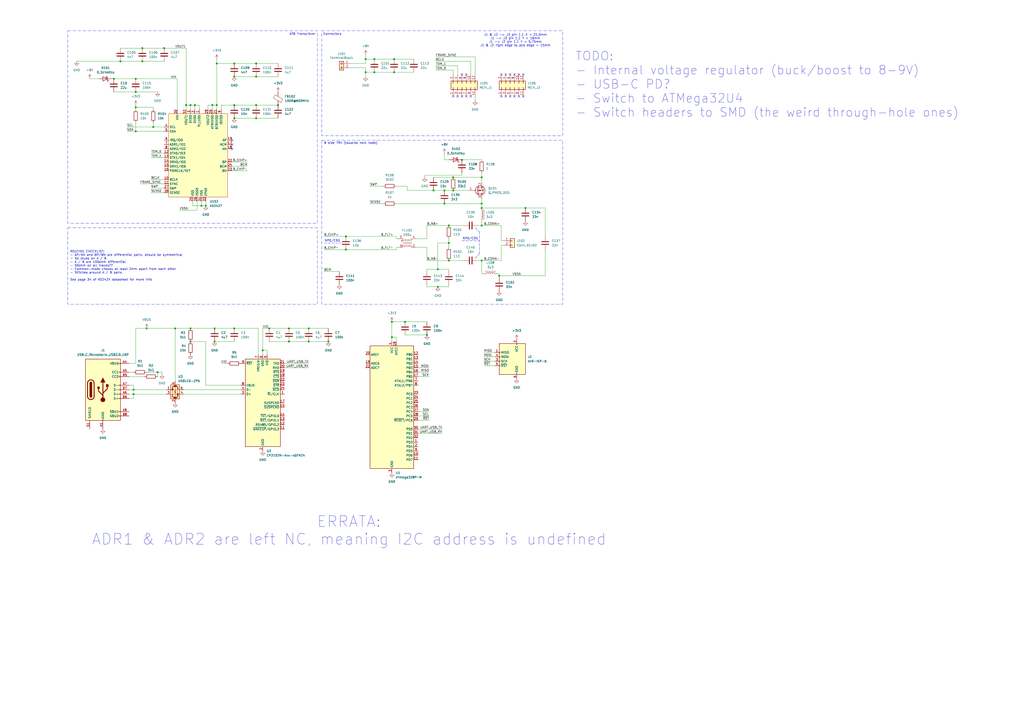
<source format=kicad_sch>
(kicad_sch (version 20231120) (generator "eeschema") (generator_version "8.0")
  (paper "A2")
  (junction (at 217.17 41.91))
  (junction (at 78.74 53.34))
  (junction (at 78.74 76.2))
  (junction (at 251.46 110.49))
  (junction (at 135.89 44.45))
  (junction (at 262.89 110.49))
  (junction (at 260.35 140.97))
  (junction (at 110.49 190.5))
  (junction (at 179.07 190.5))
  (junction (at 289.56 160.02))
  (junction (at 110.49 198.12))
  (junction (at 167.64 190.5))
  (junction (at 179.07 198.12))
  (junction (at 257.81 118.11))
  (junction (at 78.74 45.72))
  (junction (at 88.9 73.66))
  (junction (at 279.4 151.13))
  (junction (at 257.81 110.49))
  (junction (at 279.4 130.81))
  (junction (at 212.09 34.29))
  (junction (at 125.73 60.96))
  (junction (at 95.25 27.94))
  (junction (at 85.09 190.5))
  (junction (at 148.59 36.83))
  (junction (at 113.03 60.96))
  (junction (at 212.09 41.91))
  (junction (at 148.59 68.58))
  (junction (at 304.8 120.65))
  (junction (at 200.66 144.78))
  (junction (at 279.4 118.11))
  (junction (at 190.5 198.12))
  (junction (at 279.4 120.65))
  (junction (at 124.46 190.5))
  (junction (at 148.59 60.96))
  (junction (at 228.6 34.29))
  (junction (at 77.47 228.6))
  (junction (at 110.49 60.96))
  (junction (at 135.89 60.96))
  (junction (at 152.4 203.2))
  (junction (at 161.29 60.96))
  (junction (at 234.95 186.69))
  (junction (at 135.89 190.5))
  (junction (at 116.84 119.38))
  (junction (at 267.97 92.71))
  (junction (at 247.65 194.31))
  (junction (at 82.55 35.56))
  (junction (at 119.38 119.38))
  (junction (at 125.73 36.83))
  (junction (at 260.35 151.13))
  (junction (at 200.66 137.16))
  (junction (at 107.95 60.96))
  (junction (at 78.74 62.23))
  (junction (at 77.47 226.06))
  (junction (at 123.19 60.96))
  (junction (at 69.85 35.56))
  (junction (at 135.89 68.58))
  (junction (at 227.33 186.69))
  (junction (at 254 156.21))
  (junction (at 148.59 44.45))
  (junction (at 254 166.37))
  (junction (at 227.33 195.58))
  (junction (at 66.04 45.72))
  (junction (at 82.55 27.94))
  (junction (at 124.46 198.12))
  (junction (at 228.6 41.91))
  (junction (at 156.21 190.5))
  (junction (at 91.44 215.9))
  (junction (at 262.89 102.87))
  (junction (at 279.4 102.87))
  (junction (at 167.64 198.12))
  (junction (at 217.17 34.29))
  (junction (at 101.6 190.5))
  (junction (at 135.89 36.83))
  (junction (at 260.35 130.81))
  (no_connect (at 290.83 55.88))
  (no_connect (at 295.91 55.88))
  (no_connect (at 300.99 55.88))
  (no_connect (at 267.97 43.18))
  (no_connect (at 134.62 83.82))
  (no_connect (at 134.62 86.36))
  (no_connect (at 293.37 43.18))
  (no_connect (at 267.97 55.88))
  (no_connect (at 298.45 55.88))
  (no_connect (at 300.99 43.18))
  (no_connect (at 290.83 43.18))
  (no_connect (at 270.51 55.88))
  (no_connect (at 293.37 55.88))
  (no_connect (at 262.89 55.88))
  (no_connect (at 303.53 55.88))
  (no_connect (at 295.91 43.18))
  (no_connect (at 270.51 43.18))
  (no_connect (at 298.45 43.18))
  (no_connect (at 273.05 55.88))
  (no_connect (at 265.43 55.88))
  (no_connect (at 303.53 43.18))
  (no_connect (at 134.62 81.28))
  (wire (pts (xy 234.95 194.31) (xy 247.65 194.31)))
  (wire (pts (xy 247.65 138.43) (xy 247.65 130.81)))
  (wire (pts (xy 229.87 118.11) (xy 257.81 118.11)))
  (wire (pts (xy 119.38 119.38) (xy 119.38 116.84)))
  (wire (pts (xy 165.1 210.82) (xy 179.07 210.82)))
  (wire (pts (xy 78.74 71.12) (xy 78.74 76.2)))
  (wire (pts (xy 124.46 190.5) (xy 135.89 190.5)))
  (wire (pts (xy 247.65 130.81) (xy 260.35 130.81)))
  (wire (pts (xy 111.76 116.84) (xy 111.76 119.38)))
  (wire (pts (xy 247.65 166.37) (xy 254 166.37)))
  (wire (pts (xy 280.67 204.47) (xy 287.02 204.47)))
  (wire (pts (xy 229.87 138.43) (xy 231.14 138.43)))
  (wire (pts (xy 116.84 116.84) (xy 116.84 119.38)))
  (wire (pts (xy 242.57 251.46) (xy 256.54 251.46)))
  (wire (pts (xy 148.59 68.58) (xy 161.29 68.58)))
  (wire (pts (xy 228.6 34.29) (xy 240.03 34.29)))
  (wire (pts (xy 110.49 198.12) (xy 119.38 198.12)))
  (wire (pts (xy 91.44 215.9) (xy 91.44 218.44)))
  (wire (pts (xy 260.35 156.21) (xy 260.35 157.48)))
  (wire (pts (xy 267.97 92.71) (xy 279.4 92.71)))
  (wire (pts (xy 252.73 40.64) (xy 262.89 40.64)))
  (wire (pts (xy 316.23 120.65) (xy 304.8 120.65)))
  (wire (pts (xy 212.09 41.91) (xy 212.09 39.37)))
  (wire (pts (xy 248.92 241.3) (xy 242.57 241.3)))
  (wire (pts (xy 77.47 228.6) (xy 96.52 228.6)))
  (wire (pts (xy 227.33 186.69) (xy 234.95 186.69)))
  (wire (pts (xy 125.73 34.29) (xy 125.73 36.83)))
  (wire (pts (xy 229.87 144.78) (xy 229.87 143.51)))
  (wire (pts (xy 260.35 140.97) (xy 260.35 143.51)))
  (wire (pts (xy 107.95 63.5) (xy 107.95 60.96)))
  (wire (pts (xy 212.09 44.45) (xy 212.09 41.91)))
  (wire (pts (xy 152.4 190.5) (xy 152.4 203.2)))
  (wire (pts (xy 125.73 36.83) (xy 125.73 60.96)))
  (wire (pts (xy 262.89 40.64) (xy 262.89 43.18)))
  (wire (pts (xy 128.27 63.5) (xy 128.27 60.96)))
  (wire (pts (xy 78.74 60.96) (xy 78.74 62.23)))
  (wire (pts (xy 111.76 119.38) (xy 116.84 119.38)))
  (polyline (pts (xy 275.59 149.86) (xy 278.13 147.32)) (stroke (width 0) (type dash)))
  (wire (pts (xy 289.56 158.75) (xy 288.29 158.75)))
  (wire (pts (xy 156.21 190.5) (xy 167.64 190.5)))
  (wire (pts (xy 148.59 60.96) (xy 161.29 60.96)))
  (wire (pts (xy 167.64 198.12) (xy 179.07 198.12)))
  (wire (pts (xy 228.6 41.91) (xy 240.03 41.91)))
  (wire (pts (xy 257.81 88.9) (xy 257.81 92.71)))
  (wire (pts (xy 248.92 238.76) (xy 242.57 238.76)))
  (wire (pts (xy 248.92 243.84) (xy 242.57 243.84)))
  (wire (pts (xy 280.67 209.55) (xy 287.02 209.55)))
  (wire (pts (xy 78.74 53.34) (xy 91.44 53.34)))
  (wire (pts (xy 87.63 109.22) (xy 95.25 109.22)))
  (wire (pts (xy 110.49 60.96) (xy 110.49 63.5)))
  (wire (pts (xy 187.96 157.48) (xy 196.85 157.48)))
  (wire (pts (xy 257.81 110.49) (xy 262.89 110.49)))
  (wire (pts (xy 214.63 107.95) (xy 222.25 107.95)))
  (wire (pts (xy 289.56 158.75) (xy 289.56 160.02)))
  (wire (pts (xy 91.44 215.9) (xy 93.98 215.9)))
  (wire (pts (xy 279.4 151.13) (xy 279.4 158.75)))
  (wire (pts (xy 276.86 130.81) (xy 279.4 130.81)))
  (wire (pts (xy 128.27 210.82) (xy 132.08 210.82)))
  (wire (pts (xy 66.04 45.72) (xy 78.74 45.72)))
  (wire (pts (xy 252.73 35.56) (xy 273.05 35.56)))
  (polyline (pts (xy 275.59 132.08) (xy 278.13 134.62)) (stroke (width 0) (type dash)))
  (wire (pts (xy 77.47 226.06) (xy 96.52 226.06)))
  (wire (pts (xy 113.03 60.96) (xy 113.03 63.5)))
  (wire (pts (xy 246.38 101.6) (xy 267.97 101.6)))
  (wire (pts (xy 114.3 121.92) (xy 114.3 116.84)))
  (wire (pts (xy 135.89 190.5) (xy 149.86 190.5)))
  (wire (pts (xy 78.74 210.82) (xy 74.93 210.82)))
  (wire (pts (xy 119.38 223.52) (xy 139.7 223.52)))
  (wire (pts (xy 247.65 143.51) (xy 247.65 151.13)))
  (wire (pts (xy 179.07 198.12) (xy 190.5 198.12)))
  (wire (pts (xy 152.4 203.2) (xy 154.94 203.2)))
  (wire (pts (xy 95.25 27.94) (xy 107.95 27.94)))
  (wire (pts (xy 279.4 128.27) (xy 279.4 130.81)))
  (wire (pts (xy 260.35 166.37) (xy 260.35 165.1)))
  (wire (pts (xy 106.68 226.06) (xy 139.7 226.06)))
  (wire (pts (xy 167.64 190.5) (xy 179.07 190.5)))
  (wire (pts (xy 203.2 39.37) (xy 212.09 39.37)))
  (wire (pts (xy 289.56 161.29) (xy 289.56 160.02)))
  (wire (pts (xy 247.65 151.13) (xy 260.35 151.13)))
  (wire (pts (xy 316.23 137.16) (xy 316.23 120.65)))
  (wire (pts (xy 203.2 36.83) (xy 212.09 36.83)))
  (wire (pts (xy 289.56 160.02) (xy 316.23 160.02)))
  (wire (pts (xy 120.65 60.96) (xy 123.19 60.96)))
  (wire (pts (xy 248.92 215.9) (xy 242.57 215.9)))
  (wire (pts (xy 279.4 102.87) (xy 279.4 105.41)))
  (wire (pts (xy 135.89 36.83) (xy 148.59 36.83)))
  (wire (pts (xy 316.23 160.02) (xy 316.23 144.78)))
  (wire (pts (xy 241.3 138.43) (xy 247.65 138.43)))
  (wire (pts (xy 229.87 195.58) (xy 227.33 195.58)))
  (wire (pts (xy 78.74 62.23) (xy 88.9 62.23)))
  (polyline (pts (xy 267.97 139.7) (xy 278.13 139.7)) (stroke (width 0) (type dash)))
  (wire (pts (xy 74.93 218.44) (xy 83.82 218.44)))
  (wire (pts (xy 135.89 68.58) (xy 148.59 68.58)))
  (wire (pts (xy 254 156.21) (xy 260.35 156.21)))
  (wire (pts (xy 257.81 92.71) (xy 260.35 92.71)))
  (wire (pts (xy 69.85 35.56) (xy 82.55 35.56)))
  (wire (pts (xy 152.4 205.74) (xy 152.4 203.2)))
  (wire (pts (xy 125.73 36.83) (xy 135.89 36.83)))
  (wire (pts (xy 227.33 195.58) (xy 227.33 198.12)))
  (wire (pts (xy 290.83 139.7) (xy 292.1 139.7)))
  (wire (pts (xy 78.74 62.23) (xy 78.74 63.5)))
  (wire (pts (xy 279.4 130.81) (xy 290.83 130.81)))
  (wire (pts (xy 265.43 38.1) (xy 265.43 43.18)))
  (wire (pts (xy 44.45 35.56) (xy 69.85 35.56)))
  (wire (pts (xy 200.66 137.16) (xy 229.87 137.16)))
  (wire (pts (xy 82.55 27.94) (xy 95.25 27.94)))
  (wire (pts (xy 234.95 186.69) (xy 247.65 186.69)))
  (wire (pts (xy 214.63 118.11) (xy 222.25 118.11)))
  (wire (pts (xy 279.4 158.75) (xy 280.67 158.75)))
  (wire (pts (xy 102.87 45.72) (xy 102.87 63.5)))
  (wire (pts (xy 246.38 102.87) (xy 246.38 101.6)))
  (wire (pts (xy 254 166.37) (xy 260.35 166.37)))
  (wire (pts (xy 87.63 104.14) (xy 95.25 104.14)))
  (polyline (pts (xy 278.13 147.32) (xy 278.13 134.62)) (stroke (width 0) (type dash)))
  (wire (pts (xy 101.6 190.5) (xy 101.6 220.98)))
  (wire (pts (xy 248.92 218.44) (xy 242.57 218.44)))
  (wire (pts (xy 187.96 137.16) (xy 200.66 137.16)))
  (wire (pts (xy 104.14 121.92) (xy 114.3 121.92)))
  (wire (pts (xy 149.86 190.5) (xy 149.86 205.74)))
  (wire (pts (xy 227.33 186.69) (xy 227.33 195.58)))
  (wire (pts (xy 280.67 207.01) (xy 287.02 207.01)))
  (wire (pts (xy 113.03 60.96) (xy 115.57 60.96)))
  (wire (pts (xy 78.74 45.72) (xy 102.87 45.72)))
  (wire (pts (xy 254 140.97) (xy 260.35 140.97)))
  (wire (pts (xy 124.46 198.12) (xy 135.89 198.12)))
  (wire (pts (xy 101.6 190.5) (xy 110.49 190.5)))
  (wire (pts (xy 212.09 34.29) (xy 217.17 34.29)))
  (wire (pts (xy 125.73 60.96) (xy 125.73 63.5)))
  (wire (pts (xy 73.66 73.66) (xy 88.9 73.66)))
  (wire (pts (xy 251.46 102.87) (xy 262.89 102.87)))
  (wire (pts (xy 152.4 190.5) (xy 156.21 190.5)))
  (wire (pts (xy 260.35 130.81) (xy 269.24 130.81)))
  (wire (pts (xy 88.9 71.12) (xy 88.9 73.66)))
  (wire (pts (xy 77.47 226.06) (xy 74.93 226.06)))
  (wire (pts (xy 93.98 215.9) (xy 93.98 217.17)))
  (wire (pts (xy 217.17 34.29) (xy 228.6 34.29)))
  (wire (pts (xy 87.63 88.9) (xy 95.25 88.9)))
  (wire (pts (xy 78.74 190.5) (xy 78.74 210.82)))
  (wire (pts (xy 212.09 41.91) (xy 217.17 41.91)))
  (wire (pts (xy 148.59 44.45) (xy 161.29 44.45)))
  (wire (pts (xy 212.09 34.29) (xy 212.09 36.83)))
  (polyline (pts (xy 187.96 140.97) (xy 198.12 140.97)) (stroke (width 0) (type dash)))
  (wire (pts (xy 110.49 60.96) (xy 113.03 60.96)))
  (wire (pts (xy 123.19 60.96) (xy 125.73 60.96)))
  (wire (pts (xy 88.9 62.23) (xy 88.9 63.5)))
  (wire (pts (xy 279.4 115.57) (xy 279.4 118.11)))
  (wire (pts (xy 88.9 73.66) (xy 95.25 73.66)))
  (wire (pts (xy 292.1 142.24) (xy 290.83 142.24)))
  (wire (pts (xy 85.09 190.5) (xy 101.6 190.5)))
  (wire (pts (xy 69.85 27.94) (xy 82.55 27.94)))
  (wire (pts (xy 275.59 55.88) (xy 275.59 58.42)))
  (wire (pts (xy 260.35 138.43) (xy 260.35 140.97)))
  (wire (pts (xy 252.73 33.02) (xy 275.59 33.02)))
  (wire (pts (xy 110.49 190.5) (xy 124.46 190.5)))
  (wire (pts (xy 247.65 156.21) (xy 254 156.21)))
  (wire (pts (xy 73.66 76.2) (xy 78.74 76.2)))
  (wire (pts (xy 229.87 107.95) (xy 236.22 107.95)))
  (wire (pts (xy 115.57 60.96) (xy 115.57 63.5)))
  (wire (pts (xy 66.04 53.34) (xy 78.74 53.34)))
  (wire (pts (xy 279.4 118.11) (xy 279.4 120.65)))
  (wire (pts (xy 116.84 119.38) (xy 119.38 119.38)))
  (wire (pts (xy 262.89 102.87) (xy 279.4 102.87)))
  (wire (pts (xy 107.95 27.94) (xy 107.95 60.96)))
  (wire (pts (xy 254 156.21) (xy 254 140.97)))
  (wire (pts (xy 135.89 44.45) (xy 148.59 44.45)))
  (wire (pts (xy 134.62 93.98) (xy 143.51 93.98)))
  (wire (pts (xy 74.93 223.52) (xy 77.47 223.52)))
  (wire (pts (xy 187.96 144.78) (xy 200.66 144.78)))
  (wire (pts (xy 275.59 33.02) (xy 275.59 43.18)))
  (wire (pts (xy 229.87 143.51) (xy 231.14 143.51)))
  (wire (pts (xy 87.63 91.44) (xy 95.25 91.44)))
  (wire (pts (xy 257.81 118.11) (xy 279.4 118.11)))
  (wire (pts (xy 87.63 111.76) (xy 95.25 111.76)))
  (wire (pts (xy 280.67 212.09) (xy 287.02 212.09)))
  (wire (pts (xy 85.09 215.9) (xy 91.44 215.9)))
  (wire (pts (xy 279.4 100.33) (xy 279.4 102.87)))
  (wire (pts (xy 120.65 63.5) (xy 120.65 60.96)))
  (wire (pts (xy 77.47 223.52) (xy 77.47 226.06)))
  (wire (pts (xy 229.87 137.16) (xy 229.87 138.43)))
  (wire (pts (xy 154.94 203.2) (xy 154.94 205.74)))
  (wire (pts (xy 200.66 144.78) (xy 229.87 144.78)))
  (wire (pts (xy 78.74 76.2) (xy 95.25 76.2)))
  (wire (pts (xy 252.73 38.1) (xy 265.43 38.1)))
  (wire (pts (xy 236.22 110.49) (xy 251.46 110.49)))
  (wire (pts (xy 123.19 60.96) (xy 123.19 63.5)))
  (wire (pts (xy 78.74 190.5) (xy 85.09 190.5)))
  (wire (pts (xy 119.38 198.12) (xy 119.38 223.52)))
  (wire (pts (xy 279.4 151.13) (xy 290.83 151.13)))
  (wire (pts (xy 77.47 228.6) (xy 77.47 231.14)))
  (wire (pts (xy 279.4 120.65) (xy 304.8 120.65)))
  (wire (pts (xy 290.83 130.81) (xy 290.83 139.7)))
  (wire (pts (xy 77.47 231.14) (xy 74.93 231.14)))
  (wire (pts (xy 276.86 151.13) (xy 279.4 151.13)))
  (wire (pts (xy 251.46 110.49) (xy 257.81 110.49)))
  (wire (pts (xy 267.97 101.6) (xy 267.97 100.33)))
  (wire (pts (xy 236.22 107.95) (xy 236.22 110.49)))
  (wire (pts (xy 134.62 99.06) (xy 143.51 99.06)))
  (wire (pts (xy 64.77 45.72) (xy 66.04 45.72)))
  (wire (pts (xy 260.35 151.13) (xy 269.24 151.13)))
  (wire (pts (xy 273.05 35.56) (xy 273.05 43.18)))
  (wire (pts (xy 247.65 165.1) (xy 247.65 166.37)))
  (wire (pts (xy 217.17 41.91) (xy 228.6 41.91)))
  (wire (pts (xy 248.92 213.36) (xy 242.57 213.36)))
  (wire (pts (xy 247.65 157.48) (xy 247.65 156.21)))
  (wire (pts (xy 148.59 36.83) (xy 161.29 36.83)))
  (wire (pts (xy 107.95 60.96) (xy 110.49 60.96)))
  (wire (pts (xy 82.55 35.56) (xy 95.25 35.56)))
  (wire (pts (xy 74.93 228.6) (xy 77.47 228.6)))
  (wire (pts (xy 74.93 215.9) (xy 77.47 215.9)))
  (wire (pts (xy 135.89 60.96) (xy 148.59 60.96)))
  (wire (pts (xy 290.83 142.24) (xy 290.83 151.13)))
  (wire (pts (xy 81.28 106.68) (xy 95.25 106.68)))
  (wire (pts (xy 128.27 60.96) (xy 135.89 60.96)))
  (wire (pts (xy 52.07 45.72) (xy 57.15 45.72)))
  (wire (pts (xy 156.21 198.12) (xy 167.64 198.12)))
  (wire (pts (xy 134.62 96.52) (xy 143.51 96.52)))
  (wire (pts (xy 262.89 110.49) (xy 271.78 110.49)))
  (wire (pts (xy 212.09 31.75) (xy 212.09 34.29)))
  (wire (pts (xy 165.1 213.36) (xy 179.07 213.36)))
  (wire (pts (xy 179.07 190.5) (xy 190.5 190.5)))
  (wire (pts (xy 242.57 248.92) (xy 256.54 248.92)))
  (wire (pts (xy 106.68 228.6) (xy 139.7 228.6)))
  (wire (pts (xy 229.87 198.12) (xy 229.87 195.58)))
  (wire (pts (xy 241.3 143.51) (xy 247.65 143.51)))
  (rectangle (start 186.69 81.28) (end 326.39 176.53) (stroke (width 0) (type dash_dot)))
  (rectangle (start 39.37 17.78) (end 184.15 129.54) (stroke (width 0) (type dash_dot)))
  (rectangle (start 39.37 132.08) (end 184.15 176.53) (stroke (width 0) (type dash_dot)))
  (rectangle (start 186.69 17.78) (end 326.39 78.74) (stroke (width 0) (type dash_dot)))
  (text "Connectors" (at 192.786 19.812 0) (effects (font (size 1.27 1.27))))
  (text "ROUTING CHECKLIST:\n- AP/AN and BP/BN are differential pairs, should be symmetrical\n- No stubs on A / B\n- A / B are 100ohm differential\n- 50ohm on all traces??\n- Common-mode chokes at least 2mm apart from each other\n- Stitches around A / B pairs\n\nSee page 34 of AD242X datasheet for more info" (at 40.64 154.178 0) (effects (font (size 1.27 1.27)) (justify left)))
  (text "B side TRX (towards next node)" (at 203.454 83.058 0) (effects (font (size 1.27 1.27))))
  (text "TODO:\n- Internal voltage regulator (buck/boost to 8-9V)\n- USB-C PD?\n- Switch to ATMega32U4\n- Switch headers to SMD (the weird through-hole ones)" (at 333.756 49.022 0) (effects (font (size 5.08 5.08)) (justify left)))
  (text "A^{2}B Transciever" (at 175.514 19.812 0) (effects (font (size 1.27 1.27))))
  (text "NP0/C0G" (at 272.796 138.43 0) (effects (font (size 1.27 1.27))))
  (text "ERRATA:\nADR1 & ADR2 are left NC, meaning I2C address is undefined" (at 202.438 307.848 0) (effects (font (size 6.35 6.35))))
  (text "J1 & J2 -> J3 pin 1,1 X = 21.5mm\nJ1 -> J3 pin 1,1 Y = 16mm\nJ1 -> J2 pin 1,1 Y = 5.75mm\nJ1 & J2 right edge to pcb edge = 15mm\n" (at 298.958 23.368 0) (effects (font (size 1.27 1.27))))
  (text "NP0/C0G" (at 192.786 139.7 0) (effects (font (size 1.27 1.27))))
  (label "VIO" (at 152.4 190.5 0))
  (label "B_CONN+" (at 280.67 130.81 0))
  (label "FRAME_SYNC" (at 81.28 106.68 0))
  (label "B_CONN-" (at 280.67 151.13 0))
  (label "B_CHIP-" (at 143.51 99.06 180))
  (label "SDA" (at 248.92 238.76 180))
  (label "VIN" (at 99.06 45.72 0))
  (label "UART_USB_TX" (at 179.07 210.82 180))
  (label "MOSI" (at 280.67 207.01 0))
  (label "UART_USB_RX" (at 179.07 213.36 180))
  (label "MOSI" (at 248.92 213.36 180))
  (label "SWP" (at 214.63 107.95 0))
  (label "VSSN" (at 104.14 121.92 0))
  (label "UART_USB_TX" (at 256.54 248.92 180))
  (label "B_NB+" (at 247.65 130.81 0))
  (label "SDA" (at 73.66 76.2 0))
  (label "VOUT1" (at 101.6 27.94 0))
  (label "SWP" (at 87.63 109.22 0))
  (label "SENSE" (at 214.63 118.11 0))
  (label "BCLK" (at 87.63 104.14 0))
  (label "SCL" (at 73.66 73.66 0))
  (label "FRAME_SYNC" (at 252.73 33.02 0))
  (label "B_NB-" (at 247.65 151.13 0))
  (label "~{RST}" (at 280.67 212.09 0))
  (label "B_CHIP+" (at 187.96 137.16 0))
  (label "BCM" (at 187.96 157.48 0))
  (label "B_CHIP+" (at 143.51 93.98 180))
  (label "SCK" (at 248.92 218.44 180))
  (label "B_CHIP-" (at 187.96 144.78 0))
  (label "TDM_0" (at 252.73 40.64 0))
  (label "SENSE" (at 87.63 111.76 0))
  (label "TDM_1" (at 252.73 38.1 0))
  (label "UART_USB_RX" (at 256.54 251.46 180))
  (label "B_FLT+" (at 220.98 137.16 0))
  (label "TDM_1" (at 87.63 91.44 0))
  (label "B_FLT-" (at 220.98 144.78 0))
  (label "SCL" (at 248.92 241.3 180))
  (label "VIO" (at 128.27 210.82 0))
  (label "MISO" (at 248.92 215.9 180))
  (label "TDM_0" (at 87.63 88.9 0))
  (label "VSSN" (at 302.26 160.02 180))
  (label "BCM" (at 143.51 96.52 180))
  (label "MISO" (at 280.67 204.47 0))
  (label "BCLK" (at 252.73 35.56 0))
  (label "SCK" (at 280.67 209.55 0))
  (label "~{RST}" (at 248.92 243.84 180))
  (symbol (lib_id "Device:C") (at 167.64 194.31 0) (unit 1)
    (property "Reference" "C5" (at 171.45 193.0399 0) (effects (justify left)))
    (property "Value" "100n" (at 171.45 195.5799 0) (effects (justify left)))
    (property "Footprint" "Capacitor_SMD:C_0402_1005Metric" (effects (hide yes)))
    (property "Description" "Unpolarized capacitor" (effects (hide yes)))
    (property "JLC" "0402" (effects (hide yes)))
    (property "LCSC" "C307331" (effects (hide yes)))
  )
  (symbol (lib_id "power:GND") (at 91.44 53.34 0) (unit 1)
    (property "Reference" "#PWR0109" (effects (hide yes)))
    (property "Value" "GND" (at 91.44 58.42 0))
    (property "Description" "Power symbol creates a global label with name \"GND\" , ground" (effects (hide yes)))
  )
  (symbol (lib_id "Device:C") (at 289.56 165.1 0) (unit 1)
    (property "Reference" "C102" (at 293.37 163.8299 0) (effects (justify left)))
    (property "Value" "33n" (at 293.37 166.3699 0) (effects (justify left)))
    (property "Footprint" "Capacitor_SMD:C_0603_1608Metric" (effects (hide yes)))
    (property "Description" "Unpolarized capacitor" (effects (hide yes)))
    (property "JLC" "0603" (effects (hide yes)))
    (property "LCSC" "C21117" (effects (hide yes)))
  )
  (symbol (lib_id "Device:C") (at 66.04 49.53 0) (unit 1)
    (property "Reference" "C10" (at 69.85 48.2599 0) (effects (justify left)))
    (property "Value" "22u" (at 69.85 50.7999 0) (effects (justify left)))
    (property "Footprint" "Capacitor_SMD:C_0805_2012Metric" (effects (hide yes)))
    (property "Description" "Unpolarized capacitor" (effects (hide yes)))
    (property "JLC" "0805" (effects (hide yes)))
    (property "LCSC" "C6119901" (effects (hide yes)))
  )
  (symbol (lib_id "Power_Protection:USBLC6-2P6") (at 101.6 226.06 0) (unit 1)
    (property "Reference" "U3" (at 103.2511 218.44 0) (effects (justify left)))
    (property "Value" "USBLC6-2P6" (at 103.2511 220.98 0) (effects (justify left)))
    (property "Footprint" "Package_TO_SOT_SMD:SOT-666" (effects (hide yes)))
    (property "Datasheet" "https://www.st.com/resource/en/datasheet/usblc6-2.pdf" (effects (hide yes)))
    (property "Description" "Very low capacitance ESD protection diode, 2 data-line, SOT-666" (effects (hide yes)))
    (property "JLC" "SOT-666-6" (effects (hide yes)))
    (property "LCSC" "C2827693" (effects (hide yes)))
  )
  (symbol (lib_id "Device:R") (at 260.35 147.32 0) (unit 1)
    (property "Reference" "R102" (at 262.89 146.0499 0) (effects (justify left)))
    (property "Value" "113" (at 262.89 148.5899 0) (effects (justify left)))
    (property "Footprint" "Resistor_SMD:R_0603_1608Metric" (effects (hide yes)))
    (property "Description" "Resistor" (effects (hide yes)))
    (property "JLC" "0603" (effects (hide yes)))
    (property "LCSC" "C22787" (effects (hide yes)))
  )
  (symbol (lib_id "Device:C") (at 135.89 40.64 0) (unit 1)
    (property "Reference" "C109" (at 139.7 39.3699 0) (effects (justify left)))
    (property "Value" "4n7" (at 139.7 41.9099 0) (effects (justify left)))
    (property "Footprint" "Capacitor_SMD:C_0402_1005Metric" (effects (hide yes)))
    (property "Description" "Unpolarized capacitor" (effects (hide yes)))
    (property "JLC" "0402" (effects (hide yes)))
    (property "LCSC" "C1538" (effects (hide yes)))
  )
  (symbol (lib_id "Device:C") (at 228.6 38.1 0) (unit 1)
    (property "Reference" "C112" (at 232.41 36.8299 0) (effects (justify left)))
    (property "Value" "22u" (at 232.41 39.3699 0) (effects (justify left)))
    (property "Footprint" "Capacitor_SMD:C_0805_2012Metric" (effects (hide yes)))
    (property "Description" "Unpolarized capacitor" (effects (hide yes)))
    (property "JLC" "0805" (effects (hide yes)))
    (property "LCSC" "C6119901" (effects (hide yes)))
  )
  (symbol (lib_id "Device:C") (at 156.21 194.31 0) (unit 1)
    (property "Reference" "C4" (at 160.02 193.0399 0) (effects (justify left)))
    (property "Value" "4u7" (at 160.02 195.5799 0) (effects (justify left)))
    (property "Footprint" "Capacitor_SMD:C_0603_1608Metric" (effects (hide yes)))
    (property "Description" "Unpolarized capacitor" (effects (hide yes)))
    (property "JLC" "0603" (effects (hide yes)))
    (property "LCSC" "C19666" (effects (hide yes)))
  )
  (symbol (lib_id "Device:R") (at 110.49 194.31 180) (unit 1)
    (property "Reference" "R3" (at 106.172 193.04 0))
    (property "Value" "5k1" (at 106.172 195.58 0))
    (property "Footprint" "Resistor_SMD:R_0402_1005Metric" (effects (hide yes)))
    (property "Description" "Resistor" (effects (hide yes)))
    (property "JLC" "0402" (effects (hide yes)))
    (property "LCSC" "C25905" (effects (hide yes)))
  )
  (symbol (lib_id "power:GND") (at 299.72 219.71 0) (unit 1)
    (property "Reference" "#PWR013" (effects (hide yes)))
    (property "Value" "GND" (at 299.72 224.79 0))
    (property "Description" "Power symbol creates a global label with name \"GND\" , ground" (effects (hide yes)))
  )
  (symbol (lib_id "Device:C") (at 196.85 161.29 0) (unit 1)
    (property "Reference" "C141" (at 200.66 160.0199 0) (effects (justify left)))
    (property "Value" "100n" (at 200.66 162.5599 0) (effects (justify left)))
    (property "Footprint" "Capacitor_SMD:C_0402_1005Metric" (effects (hide yes)))
    (property "Description" "Unpolarized capacitor" (effects (hide yes)))
    (property "JLC" "0402" (effects (hide yes)))
    (property "LCSC" "C307331" (effects (hide yes)))
  )
  (symbol (lib_id "power:+3V3") (at 161.29 53.34 0) (unit 1)
    (property "Reference" "#PWR0110" (effects (hide yes)))
    (property "Value" "+3V3" (at 161.29 48.26 0))
    (property "Description" "Power symbol creates a global label with name \"+3V3\"" (effects (hide yes)))
  )
  (symbol (lib_id "Device:FerriteBead") (at 161.29 57.15 180) (unit 1)
    (property "Reference" "FB102" (at 165.1 55.9307 0) (effects (justify right)))
    (property "Value" "100R@600MHz" (at 165.1 58.4707 0) (effects (justify right)))
    (property "Footprint" "Resistor_SMD:R_0603_1608Metric" (effects (hide yes)))
    (property "Description" "Ferrite bead" (effects (hide yes)))
    (property "JLC" "0603" (effects (hide yes)))
    (property "LCSC" "C1002" (effects (hide yes)))
  )
  (symbol (lib_id "power:+8V") (at 257.81 88.9 0) (unit 1)
    (property "Reference" "#PWR0119" (effects (hide yes)))
    (property "Value" "+8V" (at 257.81 83.82 0))
    (property "Description" "Power symbol creates a global label with name \"+8V\"" (effects (hide yes)))
  )
  (symbol (lib_id "power:+3V3") (at 78.74 60.96 0) (unit 1)
    (property "Reference" "#PWR0111" (effects (hide yes)))
    (property "Value" "+3V3" (at 78.74 55.88 0))
    (property "Description" "Power symbol creates a global label with name \"+3V3\"" (effects (hide yes)))
  )
  (symbol (lib_id "Connector:USB_C_Receptacle_USB2.0_16P") (at 59.69 226.06 0) (unit 1)
    (property "Reference" "J1" (at 59.69 203.2 0))
    (property "Value" "USB_C_Receptacle_USB2.0_16P" (at 59.69 205.74 0))
    (property "Footprint" "Connector_USB:USB_C_Receptacle_HRO_TYPE-C-31-M-12" (effects (hide yes)))
    (property "Datasheet" "https://www.usb.org/sites/default/files/documents/usb_type-c.zip" (effects (hide yes)))
    (property "Description" "USB 2.0-only 16P Type-C Receptacle connector" (effects (hide yes)))
    (property "JLC" "SMD" (effects (hide yes)))
    (property "LCSC" "C165948" (effects (hide yes)))
  )
  (symbol (lib_id "power:GND") (at 135.89 44.45 0) (unit 1)
    (property "Reference" "#PWR0106" (effects (hide yes)))
    (property "Value" "GND" (at 135.89 49.53 0))
    (property "Description" "Power symbol creates a global label with name \"GND\" , ground" (effects (hide yes)))
  )
  (symbol (lib_id "Device:R") (at 260.35 134.62 0) (unit 1)
    (property "Reference" "R101" (at 262.89 133.3499 0) (effects (justify left)))
    (property "Value" "113" (at 262.89 135.8899 0) (effects (justify left)))
    (property "Footprint" "Resistor_SMD:R_0603_1608Metric" (effects (hide yes)))
    (property "Description" "Resistor" (effects (hide yes)))
    (property "JLC" "0603" (effects (hide yes)))
    (property "LCSC" "C22787" (effects (hide yes)))
  )
  (symbol (lib_id "power:GND") (at 124.46 198.12 0) (unit 1)
    (property "Reference" "#PWR08" (effects (hide yes)))
    (property "Value" "GND" (at 124.46 203.2 0))
    (property "Description" "Power symbol creates a global label with name \"GND\" , ground" (effects (hide yes)))
  )
  (symbol (lib_id "Device:R") (at 81.28 215.9 90) (unit 1)
    (property "Reference" "R1" (at 81.28 209.55 90))
    (property "Value" "5k1" (at 81.28 212.09 90))
    (property "Footprint" "Resistor_SMD:R_0402_1005Metric" (effects (hide yes)))
    (property "Description" "Resistor" (effects (hide yes)))
    (property "JLC" "0402" (effects (hide yes)))
    (property "LCSC" "C25905" (effects (hide yes)))
  )
  (symbol (lib_id "Device:R") (at 262.89 106.68 0) (unit 1)
    (property "Reference" "R105" (at 265.43 105.4099 0) (effects (justify left)))
    (property "Value" "33k2" (at 265.43 107.9499 0) (effects (justify left)))
    (property "Footprint" "Resistor_SMD:R_0402_1005Metric" (effects (hide yes)))
    (property "Description" "Resistor" (effects (hide yes)))
    (property "JLC" "0402" (effects (hide yes)))
    (property "LCSC" "C122548" (effects (hide yes)))
  )
  (symbol (lib_id "power:GND") (at 119.38 119.38 0) (unit 1)
    (property "Reference" "#PWR0122" (effects (hide yes)))
    (property "Value" "GND" (at 119.38 124.46 0))
    (property "Description" "Power symbol creates a global label with name \"GND\" , ground" (effects (hide yes)))
  )
  (symbol (lib_id "Device:C") (at 135.89 64.77 0) (unit 1)
    (property "Reference" "C120" (at 139.7 63.4999 0) (effects (justify left)))
    (property "Value" "10n" (at 139.7 66.0399 0) (effects (justify left)))
    (property "Footprint" "Capacitor_SMD:C_0402_1005Metric" (effects (hide yes)))
    (property "Description" "Unpolarized capacitor" (effects (hide yes)))
    (property "JLC" "0402" (effects (hide yes)))
    (property "LCSC" "C3855387" (effects (hide yes)))
  )
  (symbol (lib_id "Device:C") (at 161.29 64.77 0) (unit 1)
    (property "Reference" "C122" (at 165.1 63.4999 0) (effects (justify left)))
    (property "Value" "4u7" (at 165.1 66.0399 0) (effects (justify left)))
    (property "Footprint" "Capacitor_SMD:C_0603_1608Metric" (effects (hide yes)))
    (property "Description" "Unpolarized capacitor" (effects (hide yes)))
    (property "JLC" "0603" (effects (hide yes)))
    (property "LCSC" "C19666" (effects (hide yes)))
  )
  (symbol (lib_id "power:+8V") (at 52.07 45.72 0) (unit 1)
    (property "Reference" "#PWR0107" (effects (hide yes)))
    (property "Value" "+8V" (at 52.07 40.64 0))
    (property "Description" "Power symbol creates a global label with name \"+8V\"" (effects (hide yes)))
  )
  (symbol (lib_id "power:GND") (at 135.89 68.58 0) (unit 1)
    (property "Reference" "#PWR0113" (effects (hide yes)))
    (property "Value" "GND" (at 135.89 73.66 0))
    (property "Description" "Power symbol creates a global label with name \"GND\" , ground" (effects (hide yes)))
  )
  (symbol (lib_id "Device:L_Ferrite") (at 279.4 124.46 0) (unit 1)
    (property "Reference" "L105" (at 281.94 123.1899 0) (effects (justify left)))
    (property "Value" "3u3" (at 281.94 125.7299 0) (effects (justify left)))
    (property "Footprint" "Inductor_SMD:L_0805_2012Metric" (effects (hide yes)))
    (property "Description" "Inductor with ferrite core" (effects (hide yes)))
    (property "JLC" "0805" (effects (hide yes)))
    (property "LCSC" "C162585" (effects (hide yes)))
  )
  (symbol (lib_id "Device:C") (at 200.66 140.97 180) (unit 1)
    (property "Reference" "C136" (at 204.47 139.6999 0) (effects (justify right)))
    (property "Value" "12p" (at 204.47 142.2399 0) (effects (justify right)))
    (property "Footprint" "Capacitor_SMD:C_0402_1005Metric" (effects (hide yes)))
    (property "Description" "Unpolarized capacitor" (effects (hide yes)))
    (property "JLC" "0402" (effects (hide yes)))
    (property "LCSC" "C1547" (effects (hide yes)))
  )
  (symbol (lib_id "Device:R") (at 88.9 67.31 0) (unit 1)
    (property "Reference" "R104" (at 91.44 66.0399 0) (effects (justify left)))
    (property "Value" "10k" (at 91.44 68.5799 0) (effects (justify left)))
    (property "Footprint" "Resistor_SMD:R_0402_1005Metric" (effects (hide yes)))
    (property "Description" "Resistor" (effects (hide yes)))
    (property "JLC" "0402" (effects (hide yes)))
    (property "LCSC" "C25744" (effects (hide yes)))
  )
  (symbol (lib_id "power:GND") (at 254 166.37 0) (unit 1)
    (property "Reference" "#PWR0130" (effects (hide yes)))
    (property "Value" "GND" (at 254 171.45 0))
    (property "Description" "Power symbol creates a global label with name \"GND\" , ground" (effects (hide yes)))
  )
  (symbol (lib_id "Device:C") (at 251.46 106.68 0) (unit 1)
    (property "Reference" "C129" (at 255.27 105.4099 0) (effects (justify left)))
    (property "Value" "15n" (at 255.27 107.9499 0) (effects (justify left)))
    (property "Footprint" "Capacitor_SMD:C_0603_1608Metric" (effects (hide yes)))
    (property "Description" "Unpolarized capacitor" (effects (hide yes)))
    (property "JLC" "0603" (effects (hide yes)))
    (property "LCSC" "C1596" (effects (hide yes)))
  )
  (symbol (lib_id "Device:C") (at 260.35 161.29 180) (unit 1)
    (property "Reference" "C144" (at 264.16 160.0199 0) (effects (justify right)))
    (property "Value" "33n" (at 264.16 162.5599 0) (effects (justify right)))
    (property "Footprint" "Capacitor_SMD:C_0603_1608Metric" (effects (hide yes)))
    (property "Description" "Unpolarized capacitor" (effects (hide yes)))
    (property "JLC" "0603" (effects (hide yes)))
    (property "LCSC" "C21117" (effects (hide yes)))
  )
  (symbol (lib_id "Connector_Generic:Conn_02x06_Odd_Even") (at 295.91 50.8 90) (unit 1)
    (property "Reference" "J106" (at 306.07 48.2599 90) (effects (justify right)))
    (property "Value" "MCH_J3" (at 306.07 50.7999 90) (effects (justify right)))
    (property "Footprint" "Connector_PinSocket_2.00mm:PinSocket_2x06_P2.00mm_Vertical" (effects (hide yes)))
    (property "Description" "Generic connector, double row, 02x06, odd/even pin numbering scheme (row 1 odd numbers, row 2 even numbers), script generated (kicad-library-utils/schlib/autogen/connector/)" (effects (hide yes)))
    (property "Mouser" "872631223" (effects (hide yes)))
  )
  (symbol (lib_id "Device:Q_PMOS_GSD") (at 276.86 110.49 0) (mirror x) (unit 1)
    (property "Reference" "Q101" (at 283.21 109.2199 0) (effects (justify left)))
    (property "Value" "Q_PMOS_DGS" (at 283.21 111.7599 0) (effects (justify left)))
    (property "Footprint" "Package_TO_SOT_SMD:SOT-23" (effects (hide yes)))
    (property "Description" "P-MOSFET transistor, drain/gate/source" (effects (hide yes)))
    (property "JLC" "SOT-23" (effects (hide yes)))
    (property "LCSC" "C15127" (effects (hide yes)))
  )
  (symbol (lib_id "Device:C") (at 190.5 194.31 0) (unit 1)
    (property "Reference" "C7" (at 194.31 193.0399 0) (effects (justify left)))
    (property "Value" "100n" (at 194.31 195.5799 0) (effects (justify left)))
    (property "Footprint" "Capacitor_SMD:C_0402_1005Metric" (effects (hide yes)))
    (property "Description" "Unpolarized capacitor" (effects (hide yes)))
    (property "JLC" "0402" (effects (hide yes)))
    (property "LCSC" "C307331" (effects (hide yes)))
  )
  (symbol (lib_id "power:+3V3") (at 125.73 34.29 0) (unit 1)
    (property "Reference" "#PWR0104" (effects (hide yes)))
    (property "Value" "+3V3" (at 125.73 29.21 0))
    (property "Description" "Power symbol creates a global label with name \"+3V3\"" (effects (hide yes)))
  )
  (symbol (lib_id "power:GND") (at 110.49 205.74 0) (unit 1)
    (property "Reference" "#PWR07" (effects (hide yes)))
    (property "Value" "GND" (at 110.49 210.82 0))
    (property "Description" "Power symbol creates a global label with name \"GND\" , ground" (effects (hide yes)))
  )
  (symbol (lib_id "power:+8V") (at 212.09 31.75 0) (unit 1)
    (property "Reference" "#PWR0101" (effects (hide yes)))
    (property "Value" "+8V" (at 212.09 26.67 0))
    (property "Description" "Power symbol creates a global label with name \"+8V\"" (effects (hide yes)))
  )
  (symbol (lib_id "power:GND") (at 190.5 198.12 0) (unit 1)
    (property "Reference" "#PWR09" (effects (hide yes)))
    (property "Value" "GND" (at 190.5 203.2 0))
    (property "Description" "Power symbol creates a global label with name \"GND\" , ground" (effects (hide yes)))
  )
  (symbol (lib_id "Connector_Generic:Conn_02x06_Odd_Even") (at 267.97 50.8 90) (unit 1)
    (property "Reference" "J105" (at 278.13 48.2599 90) (effects (justify right)))
    (property "Value" "MCH_J1" (at 278.13 50.7999 90) (effects (justify right)))
    (property "Footprint" "Connector_PinSocket_2.00mm:PinSocket_2x06_P2.00mm_Vertical" (effects (hide yes)))
    (property "Description" "Generic connector, double row, 02x06, odd/even pin numbering scheme (row 1 odd numbers, row 2 even numbers), script generated (kicad-library-utils/schlib/autogen/connector/)" (effects (hide yes)))
    (property "Mouser" "872631223" (effects (hide yes)))
  )
  (symbol (lib_id "Device:R") (at 226.06 107.95 90) (unit 1)
    (property "Reference" "R106" (at 226.06 101.6 90))
    (property "Value" "3k32" (at 226.06 104.14 90))
    (property "Footprint" "Resistor_SMD:R_0402_1005Metric" (effects (hide yes)))
    (property "Description" "Resistor" (effects (hide yes)))
    (property "JLC" "0402" (effects (hide yes)))
    (property "LCSC" "C321450" (effects (hide yes)))
  )
  (symbol (lib_id "Interface_USB:CP2102N-Axx-xQFN24") (at 152.4 233.68 0) (unit 1)
    (property "Reference" "U2" (at 154.5941 261.62 0) (effects (justify left)))
    (property "Value" "CP2102N-Axx-xQFN24" (at 154.5941 264.16 0) (effects (justify left)))
    (property "Footprint" "Package_DFN_QFN:QFN-24-1EP_4x4mm_P0.5mm_EP2.6x2.6mm" (effects (hide yes)))
    (property "Datasheet" "https://www.silabs.com/documents/public/data-sheets/cp2102n-datasheet.pdf" (effects (hide yes)))
    (property "Description" "USB to UART master bridge, QFN-24" (effects (hide yes)))
    (property "JLC" "QFN-24-EP(4x4)" (effects (hide yes)))
    (property "LCSC" "C969151" (effects (hide yes)))
  )
  (symbol (lib_id "Device:C") (at 257.81 114.3 0) (unit 1)
    (property "Reference" "C130" (at 261.62 113.0299 0) (effects (justify left)))
    (property "Value" "3n3" (at 261.62 115.5699 0) (effects (justify left)))
    (property "Footprint" "Capacitor_SMD:C_0402_1005Metric" (effects (hide yes)))
    (property "Description" "Unpolarized capacitor" (effects (hide yes)))
    (property "JLC" "0402" (effects (hide yes)))
    (property "LCSC" "C26404" (effects (hide yes)))
  )
  (symbol (lib_id "Device:C") (at 124.46 194.31 0) (unit 1)
    (property "Reference" "C2" (at 128.27 193.0399 0) (effects (justify left)))
    (property "Value" "4u7" (at 128.27 195.5799 0) (effects (justify left)))
    (property "Footprint" "Capacitor_SMD:C_0603_1608Metric" (effects (hide yes)))
    (property "Description" "Unpolarized capacitor" (effects (hide yes)))
    (property "JLC" "0603" (effects (hide yes)))
    (property "LCSC" "C19666" (effects (hide yes)))
  )
  (symbol (lib_id "power:GND") (at 275.59 58.42 0) (unit 1)
    (property "Reference" "#PWR0103" (effects (hide yes)))
    (property "Value" "GND" (at 275.59 63.5 0))
    (property "Description" "Power symbol creates a global label with name \"GND\" , ground" (effects (hide yes)))
  )
  (symbol (lib_id "power:GND") (at 59.69 248.92 0) (unit 1)
    (property "Reference" "#PWR02" (effects (hide yes)))
    (property "Value" "GND" (at 59.69 254 0))
    (property "Description" "Power symbol creates a global label with name \"GND\" , ground" (effects (hide yes)))
  )
  (symbol (lib_id "power:GND") (at 196.85 165.1 0) (unit 1)
    (property "Reference" "#PWR0129" (effects (hide yes)))
    (property "Value" "GND" (at 196.85 170.18 0))
    (property "Description" "Power symbol creates a global label with name \"GND\" , ground" (effects (hide yes)))
  )
  (symbol (lib_id "Connector:Screw_Terminal_01x02") (at 198.12 36.83 0) (mirror y) (unit 1)
    (property "Reference" "J101" (at 198.12 31.242 0))
    (property "Value" "TerminalBlock" (at 198.12 33.528 0))
    (property "Footprint" "TerminalBlock_Phoenix:TerminalBlock_Phoenix_MKDS-1,5-2_1x02_P5.00mm_Horizontal" (effects (hide yes)))
    (property "Description" "Generic screw terminal, single row, 01x02, script generated (kicad-library-utils/schlib/autogen/connector/)" (effects (hide yes)))
  )
  (symbol (lib_id "Device:C") (at 69.85 31.75 0) (unit 1)
    (property "Reference" "C105" (at 73.66 30.4799 0) (effects (justify left)))
    (property "Value" "4n7" (at 73.66 33.0199 0) (effects (justify left)))
    (property "Footprint" "Capacitor_SMD:C_0402_1005Metric" (effects (hide yes)))
    (property "Description" "Unpolarized capacitor" (effects (hide yes)))
    (property "JLC" "0402" (effects (hide yes)))
    (property "LCSC" "C1538" (effects (hide yes)))
  )
  (symbol (lib_id "Device:R") (at 226.06 118.11 90) (unit 1)
    (property "Reference" "R107" (at 226.06 111.76 90))
    (property "Value" "1k" (at 226.06 114.3 90))
    (property "Footprint" "Resistor_SMD:R_0402_1005Metric" (effects (hide yes)))
    (property "Description" "Resistor" (effects (hide yes)))
    (property "JLC" "0402" (effects (hide yes)))
    (property "LCSC" "C11702" (effects (hide yes)))
  )
  (symbol (lib_id "power:GND") (at 247.65 194.31 0) (unit 1)
    (property "Reference" "#PWR014" (effects (hide yes)))
    (property "Value" "GND" (at 247.65 199.39 0))
    (property "Description" "Power symbol creates a global label with name \"GND\" , ground" (effects (hide yes)))
  )
  (symbol (lib_id "Device:D_Schottky") (at 264.16 92.71 180) (unit 1)
    (property "Reference" "D102" (at 264.4775 86.36 0))
    (property "Value" "D_Schottky" (at 264.4775 88.9 0))
    (property "Footprint" "Diode_SMD:D_SMA" (effects (hide yes)))
    (property "Description" "Schottky diode" (effects (hide yes)))
    (property "JLC" "SMA(DO-214AC)" (effects (hide yes)))
    (property "LCSC" "C8678" (effects (hide yes)))
  )
  (symbol (lib_id "Device:C") (at 82.55 31.75 0) (unit 1)
    (property "Reference" "C106" (at 86.36 30.4799 0) (effects (justify left)))
    (property "Value" "100n" (at 86.36 33.0199 0) (effects (justify left)))
    (property "Footprint" "Capacitor_SMD:C_0402_1005Metric" (effects (hide yes)))
    (property "Description" "Unpolarized capacitor" (effects (hide yes)))
    (property "JLC" "0402" (effects (hide yes)))
    (property "LCSC" "C307331" (effects (hide yes)))
  )
  (symbol (lib_id "Device:R") (at 87.63 218.44 90) (unit 1)
    (property "Reference" "R2" (at 87.63 212.09 90))
    (property "Value" "5k1" (at 87.63 214.63 90))
    (property "Footprint" "Resistor_SMD:R_0402_1005Metric" (effects (hide yes)))
    (property "Description" "Resistor" (effects (hide yes)))
    (property "JLC" "0402" (effects (hide yes)))
    (property "LCSC" "C25905" (effects (hide yes)))
  )
  (symbol (lib_id "MCU_Microchip_ATmega:ATmega328P-M") (at 227.33 236.22 0) (unit 1)
    (property "Reference" "U1" (at 229.5241 274.32 0) (effects (justify left)))
    (property "Value" "ATmega328P-M" (at 229.5241 276.86 0) (effects (justify left)))
    (property "Footprint" "Package_DFN_QFN:QFN-32-1EP_5x5mm_P0.5mm_EP3.1x3.1mm" (effects (hide yes)))
    (property "Datasheet" "http://ww1.microchip.com/downloads/en/DeviceDoc/ATmega328_P%20AVR%20MCU%20with%20picoPower%20Technology%20Data%20Sheet%2040001984A.pdf" (effects (hide yes)))
    (property "Description" "20MHz, 32kB Flash, 2kB SRAM, 1kB EEPROM, QFN-32" (effects (hide yes)))
    (property "JLC" "VQFN-32(5x5)" (effects (hide yes)))
    (property "LCSC" "C7499261" (effects (hide yes)))
  )
  (symbol (lib_id "Device:C") (at 161.29 40.64 0) (unit 1)
    (property "Reference" "C111" (at 165.1 39.3699 0) (effects (justify left)))
    (property "Value" "4u7" (at 165.1 41.9099 0) (effects (justify left)))
    (property "Footprint" "Capacitor_SMD:C_0603_1608Metric" (effects (hide yes)))
    (property "Description" "Unpolarized capacitor" (effects (hide yes)))
    (property "JLC" "0603" (effects (hide yes)))
    (property "LCSC" "C19666" (effects (hide yes)))
  )
  (symbol (lib_id "power:GND") (at 44.45 35.56 0) (unit 1)
    (property "Reference" "#PWR0105" (effects (hide yes)))
    (property "Value" "GND" (at 44.45 40.64 0))
    (property "Description" "Power symbol creates a global label with name \"GND\" , ground" (effects (hide yes)))
  )
  (symbol (lib_id "Device:C") (at 135.89 194.31 0) (unit 1)
    (property "Reference" "C3" (at 139.7 193.0399 0) (effects (justify left)))
    (property "Value" "100n" (at 139.7 195.5799 0) (effects (justify left)))
    (property "Footprint" "Capacitor_SMD:C_0402_1005Metric" (effects (hide yes)))
    (property "Description" "Unpolarized capacitor" (effects (hide yes)))
    (property "JLC" "0402" (effects (hide yes)))
    (property "LCSC" "C307331" (effects (hide yes)))
  )
  (symbol (lib_id "Device:C") (at 247.65 190.5 0) (unit 1)
    (property "Reference" "C9" (at 251.46 189.2299 0) (effects (justify left)))
    (property "Value" "100n" (at 251.46 191.7699 0) (effects (justify left)))
    (property "Footprint" "Capacitor_SMD:C_0402_1005Metric" (effects (hide yes)))
    (property "Description" "Unpolarized capacitor" (effects (hide yes)))
    (property "JLC" "0402" (effects (hide yes)))
    (property "LCSC" "C307331" (effects (hide yes)))
  )
  (symbol (lib_id "power:GND") (at 227.33 274.32 0) (unit 1)
    (property "Reference" "#PWR011" (effects (hide yes)))
    (property "Value" "GND" (at 227.33 279.4 0))
    (property "Description" "Power symbol creates a global label with name \"GND\" , ground" (effects (hide yes)))
  )
  (symbol (lib_id "power:GND") (at 246.38 102.87 0) (unit 1)
    (property "Reference" "#PWR0108" (effects (hide yes)))
    (property "Value" "GND" (at 246.38 107.95 0))
    (property "Description" "Power symbol creates a global label with name \"GND\" , ground" (effects (hide yes)))
  )
  (symbol (lib_id "Device:C") (at 95.25 31.75 0) (unit 1)
    (property "Reference" "C107" (at 99.06 30.4799 0) (effects (justify left)))
    (property "Value" "4u7" (at 99.06 33.0199 0) (effects (justify left)))
    (property "Footprint" "Capacitor_SMD:C_0603_1608Metric" (effects (hide yes)))
    (property "Description" "Unpolarized capacitor" (effects (hide yes)))
    (property "JLC" "0603" (effects (hide yes)))
    (property "LCSC" "C19666" (effects (hide yes)))
  )
  (symbol (lib_id "Device:C") (at 247.65 161.29 180) (unit 1)
    (property "Reference" "C143" (at 251.46 160.0199 0) (effects (justify right)))
    (property "Value" "33n" (at 251.46 162.5599 0) (effects (justify right)))
    (property "Footprint" "Capacitor_SMD:C_0603_1608Metric" (effects (hide yes)))
    (property "Description" "Unpolarized capacitor" (effects (hide yes)))
    (property "JLC" "0603" (effects (hide yes)))
    (property "LCSC" "C21117" (effects (hide yes)))
  )
  (symbol (lib_id "power:GND") (at 152.4 261.62 0) (unit 1)
    (property "Reference" "#PWR06" (effects (hide yes)))
    (property "Value" "GND" (at 152.4 266.7 0))
    (property "Description" "Power symbol creates a global label with name \"GND\" , ground" (effects (hide yes)))
  )
  (symbol (lib_id "Device:C") (at 234.95 190.5 0) (unit 1)
    (property "Reference" "C8" (at 238.76 189.2299 0) (effects (justify left)))
    (property "Value" "100n" (at 238.76 191.7699 0) (effects (justify left)))
    (property "Footprint" "Capacitor_SMD:C_0402_1005Metric" (effects (hide yes)))
    (property "Description" "Unpolarized capacitor" (effects (hide yes)))
    (property "JLC" "0402" (effects (hide yes)))
    (property "LCSC" "C307331" (effects (hide yes)))
  )
  (symbol (lib_id "Device:C") (at 273.05 151.13 270) (unit 1)
    (property "Reference" "C140" (at 273.05 143.51 90))
    (property "Value" "10n" (at 273.05 146.05 90))
    (property "Footprint" "Capacitor_SMD:C_0402_1005Metric" (effects (hide yes)))
    (property "Description" "Unpolarized capacitor" (effects (hide yes)))
    (property "JLC" "0402" (effects (hide yes)))
    (property "LCSC" "C3855387" (effects (hide yes)))
  )
  (symbol (lib_id "Device:C") (at 240.03 38.1 0) (unit 1)
    (property "Reference" "C113" (at 243.84 36.8299 0) (effects (justify left)))
    (property "Value" "22u" (at 243.84 39.3699 0) (effects (justify left)))
    (property "Footprint" "Capacitor_SMD:C_0805_2012Metric" (effects (hide yes)))
    (property "Description" "Unpolarized capacitor" (effects (hide yes)))
    (property "JLC" "0805" (effects (hide yes)))
    (property "LCSC" "C6119901" (effects (hide yes)))
  )
  (symbol (lib_id "Library:AD242X") (at 115.57 41.91 0) (unit 1)
    (property "Reference" "U102" (at 121.5741 116.84 0) (effects (justify left)))
    (property "Value" "AD2427" (at 121.5741 119.38 0) (effects (justify left)))
    (property "Footprint" "Package_CSP:LFCSP-32-1EP_5x5mm_P0.5mm_EP3.5x3.5mm" (effects (hide yes)))
    (property "Datasheet" "https://www.analog.com/media/en/technical-documentation/data-sheets/ad2426-ad2427-ad2428.pdf" (effects (hide yes)))
    (property "JLC" "LFCSP-32-SS(5x5)" (effects (hide yes)))
    (property "LCSC" "C649112" (effects (hide yes)))
  )
  (symbol (lib_id "Device:R") (at 78.74 67.31 0) (unit 1)
    (property "Reference" "R103" (at 81.28 66.0399 0) (effects (justify left)))
    (property "Value" "10k" (at 81.28 68.5799 0) (effects (justify left)))
    (property "Footprint" "Resistor_SMD:R_0402_1005Metric" (effects (hide yes)))
    (property "Description" "Resistor" (effects (hide yes)))
    (property "JLC" "0402" (effects (hide yes)))
    (property "LCSC" "C25744" (effects (hide yes)))
  )
  (symbol (lib_id "Device:Filter_EMI_CommonMode") (at 236.22 140.97 0) (mirror x) (unit 1)
    (property "Reference" "FL102" (at 236.22 133.604 0))
    (property "Value" "100u" (at 236.22 136.144 0))
    (property "Footprint" "Library:TDK-ACT1210L-101-2P-TL00" (effects (hide yes)))
    (property "Description" "EMI 2-inductor common mode filter" (effects (hide yes)))
    (property "JLC" "SMD,3.9x2.5x2.5mm" (effects (hide yes)))
    (property "LCSC" "C307643" (effects (hide yes)))
  )
  (symbol (lib_id "power:VBUS") (at 85.09 190.5 0) (unit 1)
    (property "Reference" "#PWR04" (effects (hide yes)))
    (property "Value" "VBUS" (at 85.09 185.42 0))
    (property "Description" "Power symbol creates a global label with name \"VBUS\"" (effects (hide yes)))
  )
  (symbol (lib_id "Device:C") (at 78.74 49.53 0) (unit 1)
    (property "Reference" "C115" (at 82.55 48.2599 0) (effects (justify left)))
    (property "Value" "100n" (at 82.55 50.7999 0) (effects (justify left)))
    (property "Footprint" "Capacitor_SMD:C_0402_1005Metric" (effects (hide yes)))
    (property "Description" "Unpolarized capacitor" (effects (hide yes)))
    (property "JLC" "0402" (effects (hide yes)))
    (property "LCSC" "C307331" (effects (hide yes)))
  )
  (symbol (lib_id "Device:C") (at 304.8 124.46 0) (unit 1)
    (property "Reference" "C134" (at 308.61 123.1899 0) (effects (justify left)))
    (property "Value" "33n" (at 308.61 125.7299 0) (effects (justify left)))
    (property "Footprint" "Capacitor_SMD:C_0603_1608Metric" (effects (hide yes)))
    (property "Description" "Unpolarized capacitor" (effects (hide yes)))
    (property "JLC" "0603" (effects (hide yes)))
    (property "LCSC" "C21117" (effects (hide yes)))
  )
  (symbol (lib_id "Device:R") (at 279.4 96.52 180) (unit 1)
    (property "Reference" "R108" (at 281.94 95.2499 0) (effects (justify right)))
    (property "Value" "1" (at 281.94 97.7899 0) (effects (justify right)))
    (property "Footprint" "Resistor_SMD:R_1206_3216Metric" (effects (hide yes)))
    (property "Description" "Resistor" (effects (hide yes)))
    (property "JLC" "1206" (effects (hide yes)))
    (property "LCSC" "C17928" (effects (hide yes)))
  )
  (symbol (lib_id "power:GND") (at 289.56 168.91 0) (unit 1)
    (property "Reference" "#PWR0131" (effects (hide yes)))
    (property "Value" "GND" (at 289.56 173.99 0))
    (property "Description" "Power symbol creates a global label with name \"GND\" , ground" (effects (hide yes)))
  )
  (symbol (lib_id "Device:C") (at 273.05 130.81 270) (unit 1)
    (property "Reference" "C135" (at 273.05 123.19 90))
    (property "Value" "10n" (at 273.05 125.73 90))
    (property "Footprint" "Capacitor_SMD:C_0402_1005Metric" (effects (hide yes)))
    (property "Description" "Unpolarized capacitor" (effects (hide yes)))
    (property "JLC" "0402" (effects (hide yes)))
    (property "LCSC" "C3855387" (effects (hide yes)))
  )
  (symbol (lib_id "Device:L_Ferrite") (at 284.48 158.75 90) (unit 1)
    (property "Reference" "L108" (at 284.48 152.4 90))
    (property "Value" "3u3" (at 284.48 154.94 90))
    (property "Footprint" "Inductor_SMD:L_0805_2012Metric" (effects (hide yes)))
    (property "Description" "Inductor with ferrite core" (effects (hide yes)))
    (property "JLC" "0805" (effects (hide yes)))
    (property "LCSC" "C162585" (effects (hide yes)))
  )
  (symbol (lib_id "Connector:AVR-ISP-6") (at 297.18 209.55 0) (mirror y) (unit 1)
    (property "Reference" "J2" (at 306.07 207.0099 0) (effects (justify right)))
    (property "Value" "AVR-ISP-6" (at 306.07 209.5499 0) (effects (justify right)))
    (property "Footprint" "Connector_PinHeader_2.54mm:PinHeader_2x03_P2.54mm_Vertical_SMD" (effects (hide yes)))
    (property "Datasheet" " ~" (effects (hide yes)))
    (property "Description" "Atmel 6-pin ISP connector" (effects (hide yes)))
    (property "LCSC" "C124390" (effects (hide yes)))
    (property "JLC" "SMD,P=2.54mm" (effects (hide yes)))
  )
  (symbol (lib_id "power:+3V3") (at 299.72 196.85 0) (unit 1)
    (property "Reference" "#PWR012" (effects (hide yes)))
    (property "Value" "+3V3" (at 299.72 191.77 0))
    (property "Description" "Power symbol creates a global label with name \"+3V3\"" (effects (hide yes)))
  )
  (symbol (lib_id "power:GND") (at 93.98 217.17 0) (unit 1)
    (property "Reference" "#PWR05" (effects (hide yes)))
    (property "Value" "GND" (at 93.98 222.25 0))
    (property "Description" "Power symbol creates a global label with name \"GND\" , ground" (effects (hide yes)))
  )
  (symbol (lib_id "Device:C") (at 267.97 96.52 180) (unit 1)
    (property "Reference" "C108" (at 271.78 95.2499 0) (effects (justify right)))
    (property "Value" "33n" (at 271.78 97.7899 0) (effects (justify right)))
    (property "Footprint" "Capacitor_SMD:C_0603_1608Metric" (effects (hide yes)))
    (property "Description" "Unpolarized capacitor" (effects (hide yes)))
    (property "JLC" "0603" (effects (hide yes)))
    (property "LCSC" "C21117" (effects (hide yes)))
  )
  (symbol (lib_id "Device:C") (at 179.07 194.31 0) (unit 1)
    (property "Reference" "C6" (at 182.88 193.0399 0) (effects (justify left)))
    (property "Value" "4u7" (at 182.88 195.5799 0) (effects (justify left)))
    (property "Footprint" "Capacitor_SMD:C_0603_1608Metric" (effects (hide yes)))
    (property "Description" "Unpolarized capacitor" (effects (hide yes)))
    (property "JLC" "0603" (effects (hide yes)))
    (property "LCSC" "C19666" (effects (hide yes)))
  )
  (symbol (lib_id "power:GND") (at 212.09 44.45 0) (unit 1)
    (property "Reference" "#PWR0102" (effects (hide yes)))
    (property "Value" "GND" (at 212.09 49.53 0))
    (property "Description" "Power symbol creates a global label with name \"GND\" , ground" (effects (hide yes)))
  )
  (symbol (lib_id "power:+3V3") (at 227.33 186.69 0) (unit 1)
    (property "Reference" "#PWR010" (effects (hide yes)))
    (property "Value" "+3V3" (at 227.33 181.61 0))
    (property "Description" "Power symbol creates a global label with name \"+3V3\"" (effects (hide yes)))
  )
  (symbol (lib_id "power:GND") (at 101.6 233.68 0) (unit 1)
    (property "Reference" "#PWR03" (effects (hide yes)))
    (property "Value" "GND" (at 101.6 238.76 0))
    (property "Description" "Power symbol creates a global label with name \"GND\" , ground" (effects (hide yes)))
  )
  (symbol (lib_id "Device:C") (at 148.59 64.77 0) (unit 1)
    (property "Reference" "C121" (at 152.4 63.4999 0) (effects (justify left)))
    (property "Value" "100n" (at 152.4 66.0399 0) (effects (justify left)))
    (property "Footprint" "Capacitor_SMD:C_0402_1005Metric" (effects (hide yes)))
    (property "Description" "Unpolarized capacitor" (effects (hide yes)))
    (property "JLC" "0402" (effects (hide yes)))
    (property "LCSC" "C307331" (effects (hide yes)))
  )
  (symbol (lib_id "Device:D_Schottky") (at 60.96 45.72 180) (unit 1)
    (property "Reference" "D101" (at 61.2775 39.37 0))
    (property "Value" "D_Schottky" (at 61.2775 41.91 0))
    (property "Footprint" "Diode_SMD:D_SMA" (effects (hide yes)))
    (property "Description" "Schottky diode" (effects (hide yes)))
    (property "JLC" "SMA(DO-214AC)" (effects (hide yes)))
    (property "LCSC" "C8678" (effects (hide yes)))
  )
  (symbol (lib_id "Device:R") (at 135.89 210.82 270) (unit 1)
    (property "Reference" "R5" (at 135.89 204.47 90))
    (property "Value" "5k1" (at 135.89 207.01 90))
    (property "Footprint" "Resistor_SMD:R_0402_1005Metric" (effects (hide yes)))
    (property "Description" "Resistor" (effects (hide yes)))
    (property "JLC" "0402" (effects (hide yes)))
    (property "LCSC" "C25905" (effects (hide yes)))
  )
  (symbol (lib_id "Device:C") (at 217.17 38.1 0) (unit 1)
    (property "Reference" "C101" (at 220.98 36.8299 0) (effects (justify left)))
    (property "Value" "22u" (at 220.98 39.3699 0) (effects (justify left)))
    (property "Footprint" "Capacitor_SMD:C_0805_2012Metric" (effects (hide yes)))
    (property "Description" "Unpolarized capacitor" (effects (hide yes)))
    (property "JLC" "0805" (effects (hide yes)))
    (property "LCSC" "C6119901" (effects (hide yes)))
  )
  (symbol (lib_id "Connector_Generic:Conn_01x02") (at 297.18 139.7 0) (unit 1)
    (property "Reference" "J102" (at 299.72 139.6999 0) (effects (justify left)))
    (property "Value" "Conn_01x02" (at 299.72 142.2399 0) (effects (justify left)))
    (property "Footprint" "Connector_JST:JST_PH_S2B-PH-SM4-TB_1x02-1MP_P2.00mm_Horizontal" (effects (hide yes)))
    (property "Description" "Generic connector, single row, 01x02, script generated (kicad-library-utils/schlib/autogen/connector/)" (effects (hide yes)))
    (property "JLC" "SMD,P=2mm" (effects (hide yes)))
    (property "LCSC" "C295747" (effects (hide yes)))
  )
  (symbol (lib_id "Device:C") (at 316.23 140.97 0) (unit 1)
    (property "Reference" "C137" (at 320.04 139.6999 0) (effects (justify left)))
    (property "Value" "33n" (at 320.04 142.2399 0) (effects (justify left)))
    (property "Footprint" "Capacitor_SMD:C_0603_1608Metric" (effects (hide yes)))
    (property "Description" "Unpolarized capacitor" (effects (hide yes)))
    (property "JLC" "0603" (effects (hide yes)))
    (property "LCSC" "C21117" (effects (hide yes)))
  )
  (symbol (lib_id "Device:R") (at 110.49 201.93 0) (mirror y) (unit 1)
    (property "Reference" "R4" (at 107.95 200.6599 0) (effects (justify left)))
    (property "Value" "10k" (at 107.95 203.1999 0) (effects (justify left)))
    (property "Footprint" "Resistor_SMD:R_0402_1005Metric" (effects (hide yes)))
    (property "Description" "Resistor" (effects (hide yes)))
    (property "JLC" "0402" (effects (hide yes)))
    (property "LCSC" "C25744" (effects (hide yes)))
  )
  (symbol (lib_id "Device:C") (at 148.59 40.64 0) (unit 1)
    (property "Reference" "C110" (at 152.4 39.3699 0) (effects (justify left)))
    (property "Value" "100n" (at 152.4 41.9099 0) (effects (justify left)))
    (property "Footprint" "Capacitor_SMD:C_0402_1005Metric" (effects (hide yes)))
    (property "Description" "Unpolarized capacitor" (effects (hide yes)))
    (property "JLC" "0402" (effects (hide yes)))
    (property "LCSC" "C307331" (effects (hide yes)))
  )
  (symbol (lib_id "power:GND") (at 304.8 128.27 0) (unit 1)
    (property "Reference" "#PWR0126" (effects (hide yes)))
    (property "Value" "GND" (at 304.8 133.35 0))
    (property "Description" "Power symbol creates a global label with name \"GND\" , ground" (effects (hide yes)))
  )
)
</source>
